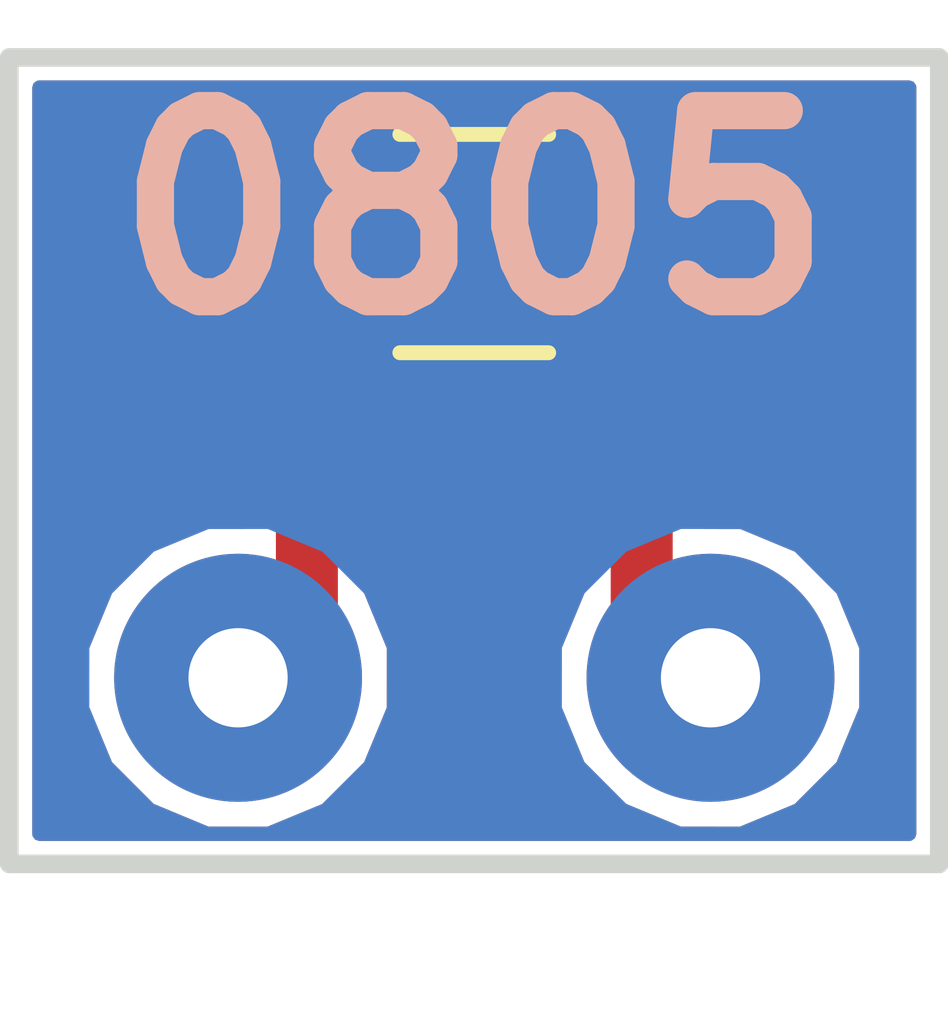
<source format=kicad_pcb>
(kicad_pcb (version 4) (host pcbnew 4.0.5)

  (general
    (links 0)
    (no_connects 0)
    (area 0 0 0 0)
    (thickness 1.6)
    (drawings 6)
    (tracks 4)
    (zones 0)
    (modules 2)
    (nets 1)
  )

  (page A4)
  (layers
    (0 F.Cu signal)
    (31 B.Cu signal)
    (32 B.Adhes user)
    (33 F.Adhes user)
    (34 B.Paste user)
    (35 F.Paste user)
    (36 B.SilkS user)
    (37 F.SilkS user)
    (38 B.Mask user)
    (39 F.Mask user)
    (40 Dwgs.User user)
    (41 Cmts.User user)
    (42 Eco1.User user)
    (43 Eco2.User user)
    (44 Edge.Cuts user)
    (45 Margin user)
    (46 B.CrtYd user)
    (47 F.CrtYd user)
    (48 B.Fab user)
    (49 F.Fab user)
  )

  (setup
    (last_trace_width 0.5)
    (user_trace_width 0.5)
    (trace_clearance 0.2)
    (zone_clearance 0.11)
    (zone_45_only no)
    (trace_min 0.2)
    (segment_width 0.2)
    (edge_width 0.15)
    (via_size 0.6)
    (via_drill 0.4)
    (via_min_size 0.4)
    (via_min_drill 0.3)
    (uvia_size 0.3)
    (uvia_drill 0.1)
    (uvias_allowed no)
    (uvia_min_size 0.2)
    (uvia_min_drill 0.1)
    (pcb_text_width 0.3)
    (pcb_text_size 1.5 1.5)
    (mod_edge_width 0.15)
    (mod_text_size 1 1)
    (mod_text_width 0.15)
    (pad_size 1.524 1.524)
    (pad_drill 0.762)
    (pad_to_mask_clearance 0.2)
    (aux_axis_origin 0 0)
    (visible_elements FFFFFF7F)
    (pcbplotparams
      (layerselection 0x00030_80000001)
      (usegerberextensions false)
      (excludeedgelayer true)
      (linewidth 0.100000)
      (plotframeref false)
      (viasonmask false)
      (mode 1)
      (useauxorigin false)
      (hpglpennumber 1)
      (hpglpenspeed 20)
      (hpglpendiameter 15)
      (hpglpenoverlay 2)
      (psnegative false)
      (psa4output false)
      (plotreference true)
      (plotvalue true)
      (plotinvisibletext false)
      (padsonsilk false)
      (subtractmaskfromsilk false)
      (outputformat 1)
      (mirror false)
      (drillshape 1)
      (scaleselection 1)
      (outputdirectory ""))
  )

  (net 0 "")

  (net_class Default "Ceci est la Netclass par défaut"
    (clearance 0.2)
    (trace_width 0.25)
    (via_dia 0.6)
    (via_drill 0.4)
    (uvia_dia 0.3)
    (uvia_drill 0.1)
  )

  (module Resistors_SMD:R_0805_HandSoldering (layer F.Cu) (tedit 590BA78B) (tstamp 590BA77C)
    (at 141.75 91)
    (descr "Resistor SMD 0805, hand soldering")
    (tags "resistor 0805")
    (attr smd)
    (fp_text reference "" (at 0 -1.7) (layer F.SilkS)
      (effects (font (size 1 1) (thickness 0.15)))
    )
    (fp_text value "" (at 0 1.75) (layer F.Fab)
      (effects (font (size 1 1) (thickness 0.15)))
    )
    (fp_text user %R (at 0 0) (layer F.Fab)
      (effects (font (size 0.5 0.5) (thickness 0.075)))
    )
    (fp_line (start -1 0.62) (end -1 -0.62) (layer F.Fab) (width 0.1))
    (fp_line (start 1 0.62) (end -1 0.62) (layer F.Fab) (width 0.1))
    (fp_line (start 1 -0.62) (end 1 0.62) (layer F.Fab) (width 0.1))
    (fp_line (start -1 -0.62) (end 1 -0.62) (layer F.Fab) (width 0.1))
    (fp_line (start 0.6 0.88) (end -0.6 0.88) (layer F.SilkS) (width 0.12))
    (fp_line (start -0.6 -0.88) (end 0.6 -0.88) (layer F.SilkS) (width 0.12))
    (fp_line (start -2.35 -0.9) (end 2.35 -0.9) (layer F.CrtYd) (width 0.05))
    (fp_line (start -2.35 -0.9) (end -2.35 0.9) (layer F.CrtYd) (width 0.05))
    (fp_line (start 2.35 0.9) (end 2.35 -0.9) (layer F.CrtYd) (width 0.05))
    (fp_line (start 2.35 0.9) (end -2.35 0.9) (layer F.CrtYd) (width 0.05))
    (pad 1 smd rect (at -1.35 0) (size 1.5 1.3) (layers F.Cu F.Paste F.Mask))
    (pad 2 smd rect (at 1.35 0) (size 1.5 1.3) (layers F.Cu F.Paste F.Mask))
    (model ${KISYS3DMOD}/Resistors_SMD.3dshapes/R_0805.wrl
      (at (xyz 0 0 0))
      (scale (xyz 1 1 1))
      (rotate (xyz 0 0 0))
    )
  )

  (module Wire_Pads:SolderWirePad_2x_0-8mmDrill (layer F.Cu) (tedit 590BA7A9) (tstamp 590BA7C0)
    (at 141.75 94.5)
    (fp_text reference "" (at 0 -3.81) (layer F.SilkS)
      (effects (font (size 1 1) (thickness 0.15)))
    )
    (fp_text value "" (at 0.635 2.54) (layer F.Fab)
      (effects (font (size 1 1) (thickness 0.15)))
    )
    (pad 1 thru_hole circle (at -1.905 0) (size 1.99898 1.99898) (drill 0.8001) (layers *.Cu *.Mask))
    (pad 1 thru_hole circle (at 1.905 0) (size 1.99898 1.99898) (drill 0.8001) (layers *.Cu *.Mask))
  )

  (gr_line (start 138 96) (end 138 95.5) (angle 90) (layer Edge.Cuts) (width 0.15))
  (gr_line (start 145.5 96) (end 138 96) (angle 90) (layer Edge.Cuts) (width 0.15))
  (gr_line (start 145.5 89.5) (end 145.5 96) (angle 90) (layer Edge.Cuts) (width 0.15))
  (gr_line (start 138 89.5) (end 145.5 89.5) (angle 90) (layer Edge.Cuts) (width 0.15))
  (gr_line (start 138 95.5) (end 138 89.5) (angle 90) (layer Edge.Cuts) (width 0.15))
  (gr_text 0805 (at 141.75 90.75) (layer B.SilkS)
    (effects (font (size 1.5 1.5) (thickness 0.3)))
  )

  (segment (start 143.1 91) (end 143.1 93.945) (width 0.5) (layer F.Cu) (net 0) (status C00000))
  (segment (start 143.1 93.945) (end 143.655 94.5) (width 0.5) (layer F.Cu) (net 0) (tstamp 590BA7D6) (status C00000))
  (segment (start 140.4 91) (end 140.4 93.945) (width 0.5) (layer F.Cu) (net 0) (status C00000))
  (segment (start 140.4 93.945) (end 139.845 94.5) (width 0.5) (layer F.Cu) (net 0) (tstamp 590BA7D3) (status C00000))

  (zone (net 0) (net_name "") (layer F.Cu) (tstamp 590BA7DF) (hatch edge 0.508)
    (connect_pads (clearance 0.11))
    (min_thickness 0.11)
    (fill yes (arc_segments 16) (thermal_gap 0.11) (thermal_bridge_width 0.123))
    (polygon
      (pts
        (xy 145.5 96) (xy 138 96) (xy 138 89.5) (xy 145.5 89.5)
      )
    )
    (filled_polygon
      (pts
        (xy 145.26 95.76) (xy 138.24 95.76) (xy 138.24 94.748439) (xy 138.590293 94.748439) (xy 138.780875 95.209683)
        (xy 139.133461 95.562885) (xy 139.594372 95.754272) (xy 140.093439 95.754707) (xy 140.554683 95.564125) (xy 140.907885 95.211539)
        (xy 141.099272 94.750628) (xy 141.099707 94.251561) (xy 140.909125 93.790317) (xy 140.905 93.786185) (xy 140.905 91.909995)
        (xy 141.15 91.909995) (xy 141.244497 91.892214) (xy 141.331287 91.836366) (xy 141.389511 91.751153) (xy 141.409995 91.65)
        (xy 141.409995 90.35) (xy 142.090005 90.35) (xy 142.090005 91.65) (xy 142.107786 91.744497) (xy 142.163634 91.831287)
        (xy 142.248847 91.889511) (xy 142.35 91.909995) (xy 142.595 91.909995) (xy 142.595 93.785581) (xy 142.592115 93.788461)
        (xy 142.400728 94.249372) (xy 142.400293 94.748439) (xy 142.590875 95.209683) (xy 142.943461 95.562885) (xy 143.404372 95.754272)
        (xy 143.903439 95.754707) (xy 144.364683 95.564125) (xy 144.717885 95.211539) (xy 144.909272 94.750628) (xy 144.909707 94.251561)
        (xy 144.719125 93.790317) (xy 144.366539 93.437115) (xy 143.905628 93.245728) (xy 143.605 93.245466) (xy 143.605 91.909995)
        (xy 143.85 91.909995) (xy 143.944497 91.892214) (xy 144.031287 91.836366) (xy 144.089511 91.751153) (xy 144.109995 91.65)
        (xy 144.109995 90.35) (xy 144.092214 90.255503) (xy 144.036366 90.168713) (xy 143.951153 90.110489) (xy 143.85 90.090005)
        (xy 142.35 90.090005) (xy 142.255503 90.107786) (xy 142.168713 90.163634) (xy 142.110489 90.248847) (xy 142.090005 90.35)
        (xy 141.409995 90.35) (xy 141.392214 90.255503) (xy 141.336366 90.168713) (xy 141.251153 90.110489) (xy 141.15 90.090005)
        (xy 139.65 90.090005) (xy 139.555503 90.107786) (xy 139.468713 90.163634) (xy 139.410489 90.248847) (xy 139.390005 90.35)
        (xy 139.390005 91.65) (xy 139.407786 91.744497) (xy 139.463634 91.831287) (xy 139.548847 91.889511) (xy 139.65 91.909995)
        (xy 139.895 91.909995) (xy 139.895 93.245553) (xy 139.596561 93.245293) (xy 139.135317 93.435875) (xy 138.782115 93.788461)
        (xy 138.590728 94.249372) (xy 138.590293 94.748439) (xy 138.24 94.748439) (xy 138.24 89.74) (xy 145.26 89.74)
      )
    )
  )
  (zone (net 0) (net_name "") (layer B.Cu) (tstamp 590BA7E7) (hatch edge 0.508)
    (connect_pads (clearance 0.11))
    (min_thickness 0.11)
    (fill yes (arc_segments 16) (thermal_gap 0.11) (thermal_bridge_width 0.123))
    (polygon
      (pts
        (xy 145.5 96) (xy 138 96) (xy 138 89.5) (xy 145.5 89.5)
      )
    )
    (filled_polygon
      (pts
        (xy 145.26 95.76) (xy 138.24 95.76) (xy 138.24 94.748439) (xy 138.590293 94.748439) (xy 138.780875 95.209683)
        (xy 139.133461 95.562885) (xy 139.594372 95.754272) (xy 140.093439 95.754707) (xy 140.554683 95.564125) (xy 140.907885 95.211539)
        (xy 141.099272 94.750628) (xy 141.099273 94.748439) (xy 142.400293 94.748439) (xy 142.590875 95.209683) (xy 142.943461 95.562885)
        (xy 143.404372 95.754272) (xy 143.903439 95.754707) (xy 144.364683 95.564125) (xy 144.717885 95.211539) (xy 144.909272 94.750628)
        (xy 144.909707 94.251561) (xy 144.719125 93.790317) (xy 144.366539 93.437115) (xy 143.905628 93.245728) (xy 143.406561 93.245293)
        (xy 142.945317 93.435875) (xy 142.592115 93.788461) (xy 142.400728 94.249372) (xy 142.400293 94.748439) (xy 141.099273 94.748439)
        (xy 141.099707 94.251561) (xy 140.909125 93.790317) (xy 140.556539 93.437115) (xy 140.095628 93.245728) (xy 139.596561 93.245293)
        (xy 139.135317 93.435875) (xy 138.782115 93.788461) (xy 138.590728 94.249372) (xy 138.590293 94.748439) (xy 138.24 94.748439)
        (xy 138.24 89.74) (xy 145.26 89.74)
      )
    )
  )
)

</source>
